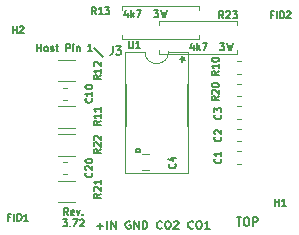
<source format=gto>
G04 #@! TF.GenerationSoftware,KiCad,Pcbnew,(6.0.0-0)*
G04 #@! TF.CreationDate,2022-08-07T14:26:41+01:00*
G04 #@! TF.ProjectId,VR-Conditioner-MAX9926+reg,56522d43-6f6e-4646-9974-696f6e65722d,3.72*
G04 #@! TF.SameCoordinates,PX68c4118PY713e7a8*
G04 #@! TF.FileFunction,Legend,Top*
G04 #@! TF.FilePolarity,Positive*
%FSLAX46Y46*%
G04 Gerber Fmt 4.6, Leading zero omitted, Abs format (unit mm)*
G04 Created by KiCad (PCBNEW (6.0.0-0)) date 2022-08-07 14:26:41*
%MOMM*%
%LPD*%
G01*
G04 APERTURE LIST*
%ADD10C,0.150000*%
%ADD11C,0.120000*%
%ADD12C,0.152400*%
G04 APERTURE END LIST*
D10*
X8509000Y17399000D02*
X7747000Y18161000D01*
X10565000Y21158572D02*
X10565000Y20758572D01*
X10422142Y21387143D02*
X10279285Y20958572D01*
X10650714Y20958572D01*
X10879285Y20758572D02*
X10879285Y21358572D01*
X10936428Y20987143D02*
X11107857Y20758572D01*
X11107857Y21158572D02*
X10879285Y20930000D01*
X11307857Y21358572D02*
X11707857Y21358572D01*
X11450714Y20758572D01*
X12793571Y21358572D02*
X13165000Y21358572D01*
X12965000Y21130000D01*
X13050714Y21130000D01*
X13107857Y21101429D01*
X13136428Y21072858D01*
X13165000Y21015715D01*
X13165000Y20872858D01*
X13136428Y20815715D01*
X13107857Y20787143D01*
X13050714Y20758572D01*
X12879285Y20758572D01*
X12822142Y20787143D01*
X12793571Y20815715D01*
X13365000Y21358572D02*
X13507857Y20758572D01*
X13622142Y21187143D01*
X13736428Y20758572D01*
X13879285Y21358572D01*
X16153000Y18378572D02*
X16153000Y17978572D01*
X16010142Y18607143D02*
X15867285Y18178572D01*
X16238714Y18178572D01*
X16467285Y17978572D02*
X16467285Y18578572D01*
X16524428Y18207143D02*
X16695857Y17978572D01*
X16695857Y18378572D02*
X16467285Y18150000D01*
X16895857Y18578572D02*
X17295857Y18578572D01*
X17038714Y17978572D01*
X18381571Y18578572D02*
X18753000Y18578572D01*
X18553000Y18350000D01*
X18638714Y18350000D01*
X18695857Y18321429D01*
X18724428Y18292858D01*
X18753000Y18235715D01*
X18753000Y18092858D01*
X18724428Y18035715D01*
X18695857Y18007143D01*
X18638714Y17978572D01*
X18467285Y17978572D01*
X18410142Y18007143D01*
X18381571Y18035715D01*
X18953000Y18578572D02*
X19095857Y17978572D01*
X19210142Y18407143D01*
X19324428Y17978572D01*
X19467285Y18578572D01*
X5526142Y4021572D02*
X5326142Y4307286D01*
X5183285Y4021572D02*
X5183285Y4621572D01*
X5411857Y4621572D01*
X5469000Y4593000D01*
X5497571Y4564429D01*
X5526142Y4507286D01*
X5526142Y4421572D01*
X5497571Y4364429D01*
X5469000Y4335858D01*
X5411857Y4307286D01*
X5183285Y4307286D01*
X6011857Y4050143D02*
X5954714Y4021572D01*
X5840428Y4021572D01*
X5783285Y4050143D01*
X5754714Y4107286D01*
X5754714Y4335858D01*
X5783285Y4393000D01*
X5840428Y4421572D01*
X5954714Y4421572D01*
X6011857Y4393000D01*
X6040428Y4335858D01*
X6040428Y4278715D01*
X5754714Y4221572D01*
X6240428Y4421572D02*
X6383285Y4021572D01*
X6526142Y4421572D01*
X6754714Y4078715D02*
X6783285Y4050143D01*
X6754714Y4021572D01*
X6726142Y4050143D01*
X6754714Y4078715D01*
X6754714Y4021572D01*
X5054714Y3655572D02*
X5426142Y3655572D01*
X5226142Y3427000D01*
X5311857Y3427000D01*
X5369000Y3398429D01*
X5397571Y3369858D01*
X5426142Y3312715D01*
X5426142Y3169858D01*
X5397571Y3112715D01*
X5369000Y3084143D01*
X5311857Y3055572D01*
X5140428Y3055572D01*
X5083285Y3084143D01*
X5054714Y3112715D01*
X5683285Y3112715D02*
X5711857Y3084143D01*
X5683285Y3055572D01*
X5654714Y3084143D01*
X5683285Y3112715D01*
X5683285Y3055572D01*
X5911857Y3655572D02*
X6311857Y3655572D01*
X6054714Y3055572D01*
X6511857Y3598429D02*
X6540428Y3627000D01*
X6597571Y3655572D01*
X6740428Y3655572D01*
X6797571Y3627000D01*
X6826142Y3598429D01*
X6854714Y3541286D01*
X6854714Y3484143D01*
X6826142Y3398429D01*
X6483285Y3055572D01*
X6854714Y3055572D01*
X19784333Y3812334D02*
X20184333Y3812334D01*
X19984333Y3112334D02*
X19984333Y3812334D01*
X20551000Y3812334D02*
X20684333Y3812334D01*
X20751000Y3779000D01*
X20817666Y3712334D01*
X20851000Y3579000D01*
X20851000Y3345667D01*
X20817666Y3212334D01*
X20751000Y3145667D01*
X20684333Y3112334D01*
X20551000Y3112334D01*
X20484333Y3145667D01*
X20417666Y3212334D01*
X20384333Y3345667D01*
X20384333Y3579000D01*
X20417666Y3712334D01*
X20484333Y3779000D01*
X20551000Y3812334D01*
X21151000Y3112334D02*
X21151000Y3812334D01*
X21417666Y3812334D01*
X21484333Y3779000D01*
X21517666Y3745667D01*
X21551000Y3679000D01*
X21551000Y3579000D01*
X21517666Y3512334D01*
X21484333Y3479000D01*
X21417666Y3445667D01*
X21151000Y3445667D01*
X7933333Y3107143D02*
X8466666Y3107143D01*
X8200000Y2878572D02*
X8200000Y3335715D01*
X8800000Y2878572D02*
X8800000Y3478572D01*
X9133333Y2878572D02*
X9133333Y3478572D01*
X9533333Y2878572D01*
X9533333Y3478572D01*
X10766666Y3450000D02*
X10700000Y3478572D01*
X10600000Y3478572D01*
X10500000Y3450000D01*
X10433333Y3392858D01*
X10400000Y3335715D01*
X10366666Y3221429D01*
X10366666Y3135715D01*
X10400000Y3021429D01*
X10433333Y2964286D01*
X10500000Y2907143D01*
X10600000Y2878572D01*
X10666666Y2878572D01*
X10766666Y2907143D01*
X10800000Y2935715D01*
X10800000Y3135715D01*
X10666666Y3135715D01*
X11100000Y2878572D02*
X11100000Y3478572D01*
X11500000Y2878572D01*
X11500000Y3478572D01*
X11833333Y2878572D02*
X11833333Y3478572D01*
X12000000Y3478572D01*
X12100000Y3450000D01*
X12166666Y3392858D01*
X12200000Y3335715D01*
X12233333Y3221429D01*
X12233333Y3135715D01*
X12200000Y3021429D01*
X12166666Y2964286D01*
X12100000Y2907143D01*
X12000000Y2878572D01*
X11833333Y2878572D01*
X13466666Y2935715D02*
X13433333Y2907143D01*
X13333333Y2878572D01*
X13266666Y2878572D01*
X13166666Y2907143D01*
X13100000Y2964286D01*
X13066666Y3021429D01*
X13033333Y3135715D01*
X13033333Y3221429D01*
X13066666Y3335715D01*
X13100000Y3392858D01*
X13166666Y3450000D01*
X13266666Y3478572D01*
X13333333Y3478572D01*
X13433333Y3450000D01*
X13466666Y3421429D01*
X13900000Y3478572D02*
X14033333Y3478572D01*
X14100000Y3450000D01*
X14166666Y3392858D01*
X14200000Y3278572D01*
X14200000Y3078572D01*
X14166666Y2964286D01*
X14100000Y2907143D01*
X14033333Y2878572D01*
X13900000Y2878572D01*
X13833333Y2907143D01*
X13766666Y2964286D01*
X13733333Y3078572D01*
X13733333Y3278572D01*
X13766666Y3392858D01*
X13833333Y3450000D01*
X13900000Y3478572D01*
X14466666Y3421429D02*
X14500000Y3450000D01*
X14566666Y3478572D01*
X14733333Y3478572D01*
X14800000Y3450000D01*
X14833333Y3421429D01*
X14866666Y3364286D01*
X14866666Y3307143D01*
X14833333Y3221429D01*
X14433333Y2878572D01*
X14866666Y2878572D01*
X16100000Y2935715D02*
X16066666Y2907143D01*
X15966666Y2878572D01*
X15900000Y2878572D01*
X15800000Y2907143D01*
X15733333Y2964286D01*
X15700000Y3021429D01*
X15666666Y3135715D01*
X15666666Y3221429D01*
X15700000Y3335715D01*
X15733333Y3392858D01*
X15800000Y3450000D01*
X15900000Y3478572D01*
X15966666Y3478572D01*
X16066666Y3450000D01*
X16100000Y3421429D01*
X16533333Y3478572D02*
X16666666Y3478572D01*
X16733333Y3450000D01*
X16800000Y3392858D01*
X16833333Y3278572D01*
X16833333Y3078572D01*
X16800000Y2964286D01*
X16733333Y2907143D01*
X16666666Y2878572D01*
X16533333Y2878572D01*
X16466666Y2907143D01*
X16400000Y2964286D01*
X16366666Y3078572D01*
X16366666Y3278572D01*
X16400000Y3392858D01*
X16466666Y3450000D01*
X16533333Y3478572D01*
X17500000Y2878572D02*
X17100000Y2878572D01*
X17300000Y2878572D02*
X17300000Y3478572D01*
X17233333Y3392858D01*
X17166666Y3335715D01*
X17100000Y3307143D01*
X2892714Y17889572D02*
X2892714Y18489572D01*
X2892714Y18203858D02*
X3235571Y18203858D01*
X3235571Y17889572D02*
X3235571Y18489572D01*
X3607000Y17889572D02*
X3549857Y17918143D01*
X3521285Y17946715D01*
X3492714Y18003858D01*
X3492714Y18175286D01*
X3521285Y18232429D01*
X3549857Y18261000D01*
X3607000Y18289572D01*
X3692714Y18289572D01*
X3749857Y18261000D01*
X3778428Y18232429D01*
X3807000Y18175286D01*
X3807000Y18003858D01*
X3778428Y17946715D01*
X3749857Y17918143D01*
X3692714Y17889572D01*
X3607000Y17889572D01*
X4035571Y17918143D02*
X4092714Y17889572D01*
X4207000Y17889572D01*
X4264142Y17918143D01*
X4292714Y17975286D01*
X4292714Y18003858D01*
X4264142Y18061000D01*
X4207000Y18089572D01*
X4121285Y18089572D01*
X4064142Y18118143D01*
X4035571Y18175286D01*
X4035571Y18203858D01*
X4064142Y18261000D01*
X4121285Y18289572D01*
X4207000Y18289572D01*
X4264142Y18261000D01*
X4464142Y18289572D02*
X4692714Y18289572D01*
X4549857Y18489572D02*
X4549857Y17975286D01*
X4578428Y17918143D01*
X4635571Y17889572D01*
X4692714Y17889572D01*
X5349857Y17889572D02*
X5349857Y18489572D01*
X5578428Y18489572D01*
X5635571Y18461000D01*
X5664142Y18432429D01*
X5692714Y18375286D01*
X5692714Y18289572D01*
X5664142Y18232429D01*
X5635571Y18203858D01*
X5578428Y18175286D01*
X5349857Y18175286D01*
X5949857Y17889572D02*
X5949857Y18289572D01*
X5949857Y18489572D02*
X5921285Y18461000D01*
X5949857Y18432429D01*
X5978428Y18461000D01*
X5949857Y18489572D01*
X5949857Y18432429D01*
X6235571Y18289572D02*
X6235571Y17889572D01*
X6235571Y18232429D02*
X6264142Y18261000D01*
X6321285Y18289572D01*
X6407000Y18289572D01*
X6464142Y18261000D01*
X6492714Y18203858D01*
X6492714Y17889572D01*
X7549857Y17889572D02*
X7207000Y17889572D01*
X7378428Y17889572D02*
X7378428Y18489572D01*
X7321285Y18403858D01*
X7264142Y18346715D01*
X7207000Y18318143D01*
G04 #@! TO.C,C1*
X18426085Y8790000D02*
X18454657Y8761429D01*
X18483228Y8675715D01*
X18483228Y8618572D01*
X18454657Y8532858D01*
X18397514Y8475715D01*
X18340371Y8447143D01*
X18226085Y8418572D01*
X18140371Y8418572D01*
X18026085Y8447143D01*
X17968942Y8475715D01*
X17911800Y8532858D01*
X17883228Y8618572D01*
X17883228Y8675715D01*
X17911800Y8761429D01*
X17940371Y8790000D01*
X18483228Y9361429D02*
X18483228Y9018572D01*
X18483228Y9190000D02*
X17883228Y9190000D01*
X17968942Y9132858D01*
X18026085Y9075715D01*
X18054657Y9018572D01*
G04 #@! TO.C,C2*
X18426085Y10644200D02*
X18454657Y10615629D01*
X18483228Y10529915D01*
X18483228Y10472772D01*
X18454657Y10387058D01*
X18397514Y10329915D01*
X18340371Y10301343D01*
X18226085Y10272772D01*
X18140371Y10272772D01*
X18026085Y10301343D01*
X17968942Y10329915D01*
X17911800Y10387058D01*
X17883228Y10472772D01*
X17883228Y10529915D01*
X17911800Y10615629D01*
X17940371Y10644200D01*
X17940371Y10872772D02*
X17911800Y10901343D01*
X17883228Y10958486D01*
X17883228Y11101343D01*
X17911800Y11158486D01*
X17940371Y11187058D01*
X17997514Y11215629D01*
X18054657Y11215629D01*
X18140371Y11187058D01*
X18483228Y10844200D01*
X18483228Y11215629D01*
G04 #@! TO.C,C3*
X18426085Y12523800D02*
X18454657Y12495229D01*
X18483228Y12409515D01*
X18483228Y12352372D01*
X18454657Y12266658D01*
X18397514Y12209515D01*
X18340371Y12180943D01*
X18226085Y12152372D01*
X18140371Y12152372D01*
X18026085Y12180943D01*
X17968942Y12209515D01*
X17911800Y12266658D01*
X17883228Y12352372D01*
X17883228Y12409515D01*
X17911800Y12495229D01*
X17940371Y12523800D01*
X17883228Y12723800D02*
X17883228Y13095229D01*
X18111800Y12895229D01*
X18111800Y12980943D01*
X18140371Y13038086D01*
X18168942Y13066658D01*
X18226085Y13095229D01*
X18368942Y13095229D01*
X18426085Y13066658D01*
X18454657Y13038086D01*
X18483228Y12980943D01*
X18483228Y12809515D01*
X18454657Y12752372D01*
X18426085Y12723800D01*
G04 #@! TO.C,C4*
X14565285Y8358200D02*
X14593857Y8329629D01*
X14622428Y8243915D01*
X14622428Y8186772D01*
X14593857Y8101058D01*
X14536714Y8043915D01*
X14479571Y8015343D01*
X14365285Y7986772D01*
X14279571Y7986772D01*
X14165285Y8015343D01*
X14108142Y8043915D01*
X14051000Y8101058D01*
X14022428Y8186772D01*
X14022428Y8243915D01*
X14051000Y8329629D01*
X14079571Y8358200D01*
X14222428Y8872486D02*
X14622428Y8872486D01*
X13993857Y8729629D02*
X14422428Y8586772D01*
X14422428Y8958200D01*
G04 #@! TO.C,C10*
X7504085Y13901786D02*
X7532657Y13873215D01*
X7561228Y13787500D01*
X7561228Y13730358D01*
X7532657Y13644643D01*
X7475514Y13587500D01*
X7418371Y13558929D01*
X7304085Y13530358D01*
X7218371Y13530358D01*
X7104085Y13558929D01*
X7046942Y13587500D01*
X6989800Y13644643D01*
X6961228Y13730358D01*
X6961228Y13787500D01*
X6989800Y13873215D01*
X7018371Y13901786D01*
X7561228Y14473215D02*
X7561228Y14130358D01*
X7561228Y14301786D02*
X6961228Y14301786D01*
X7046942Y14244643D01*
X7104085Y14187500D01*
X7132657Y14130358D01*
X6961228Y14844643D02*
X6961228Y14901786D01*
X6989800Y14958929D01*
X7018371Y14987500D01*
X7075514Y15016072D01*
X7189800Y15044643D01*
X7332657Y15044643D01*
X7446942Y15016072D01*
X7504085Y14987500D01*
X7532657Y14958929D01*
X7561228Y14901786D01*
X7561228Y14844643D01*
X7532657Y14787500D01*
X7504085Y14758929D01*
X7446942Y14730358D01*
X7332657Y14701786D01*
X7189800Y14701786D01*
X7075514Y14730358D01*
X7018371Y14758929D01*
X6989800Y14787500D01*
X6961228Y14844643D01*
G04 #@! TO.C,C20*
X7504085Y7615286D02*
X7532657Y7586715D01*
X7561228Y7501000D01*
X7561228Y7443858D01*
X7532657Y7358143D01*
X7475514Y7301000D01*
X7418371Y7272429D01*
X7304085Y7243858D01*
X7218371Y7243858D01*
X7104085Y7272429D01*
X7046942Y7301000D01*
X6989800Y7358143D01*
X6961228Y7443858D01*
X6961228Y7501000D01*
X6989800Y7586715D01*
X7018371Y7615286D01*
X7018371Y7843858D02*
X6989800Y7872429D01*
X6961228Y7929572D01*
X6961228Y8072429D01*
X6989800Y8129572D01*
X7018371Y8158143D01*
X7075514Y8186715D01*
X7132657Y8186715D01*
X7218371Y8158143D01*
X7561228Y7815286D01*
X7561228Y8186715D01*
X6961228Y8558143D02*
X6961228Y8615286D01*
X6989800Y8672429D01*
X7018371Y8701000D01*
X7075514Y8729572D01*
X7189800Y8758143D01*
X7332657Y8758143D01*
X7446942Y8729572D01*
X7504085Y8701000D01*
X7532657Y8672429D01*
X7561228Y8615286D01*
X7561228Y8558143D01*
X7532657Y8501000D01*
X7504085Y8472429D01*
X7446942Y8443858D01*
X7332657Y8415286D01*
X7189800Y8415286D01*
X7075514Y8443858D01*
X7018371Y8472429D01*
X6989800Y8501000D01*
X6961228Y8558143D01*
G04 #@! TO.C,R22*
X8272428Y9596486D02*
X7986714Y9396486D01*
X8272428Y9253629D02*
X7672428Y9253629D01*
X7672428Y9482200D01*
X7701000Y9539343D01*
X7729571Y9567915D01*
X7786714Y9596486D01*
X7872428Y9596486D01*
X7929571Y9567915D01*
X7958142Y9539343D01*
X7986714Y9482200D01*
X7986714Y9253629D01*
X7729571Y9825058D02*
X7701000Y9853629D01*
X7672428Y9910772D01*
X7672428Y10053629D01*
X7701000Y10110772D01*
X7729571Y10139343D01*
X7786714Y10167915D01*
X7843857Y10167915D01*
X7929571Y10139343D01*
X8272428Y9796486D01*
X8272428Y10167915D01*
X7729571Y10396486D02*
X7701000Y10425058D01*
X7672428Y10482200D01*
X7672428Y10625058D01*
X7701000Y10682200D01*
X7729571Y10710772D01*
X7786714Y10739343D01*
X7843857Y10739343D01*
X7929571Y10710772D01*
X8272428Y10367915D01*
X8272428Y10739343D01*
G04 #@! TO.C,R21*
X8272428Y5837286D02*
X7986714Y5637286D01*
X8272428Y5494429D02*
X7672428Y5494429D01*
X7672428Y5723000D01*
X7701000Y5780143D01*
X7729571Y5808715D01*
X7786714Y5837286D01*
X7872428Y5837286D01*
X7929571Y5808715D01*
X7958142Y5780143D01*
X7986714Y5723000D01*
X7986714Y5494429D01*
X7729571Y6065858D02*
X7701000Y6094429D01*
X7672428Y6151572D01*
X7672428Y6294429D01*
X7701000Y6351572D01*
X7729571Y6380143D01*
X7786714Y6408715D01*
X7843857Y6408715D01*
X7929571Y6380143D01*
X8272428Y6037286D01*
X8272428Y6408715D01*
X8272428Y6980143D02*
X8272428Y6637286D01*
X8272428Y6808715D02*
X7672428Y6808715D01*
X7758142Y6751572D01*
X7815285Y6694429D01*
X7843857Y6637286D01*
G04 #@! TO.C,R11*
X8272428Y11984086D02*
X7986714Y11784086D01*
X8272428Y11641229D02*
X7672428Y11641229D01*
X7672428Y11869800D01*
X7701000Y11926943D01*
X7729571Y11955515D01*
X7786714Y11984086D01*
X7872428Y11984086D01*
X7929571Y11955515D01*
X7958142Y11926943D01*
X7986714Y11869800D01*
X7986714Y11641229D01*
X8272428Y12555515D02*
X8272428Y12212658D01*
X8272428Y12384086D02*
X7672428Y12384086D01*
X7758142Y12326943D01*
X7815285Y12269800D01*
X7843857Y12212658D01*
X8272428Y13126943D02*
X8272428Y12784086D01*
X8272428Y12955515D02*
X7672428Y12955515D01*
X7758142Y12898372D01*
X7815285Y12841229D01*
X7843857Y12784086D01*
G04 #@! TO.C,FID1*
X627142Y3852858D02*
X427142Y3852858D01*
X427142Y3538572D02*
X427142Y4138572D01*
X712857Y4138572D01*
X941428Y3538572D02*
X941428Y4138572D01*
X1227142Y3538572D02*
X1227142Y4138572D01*
X1370000Y4138572D01*
X1455714Y4110000D01*
X1512857Y4052858D01*
X1541428Y3995715D01*
X1570000Y3881429D01*
X1570000Y3795715D01*
X1541428Y3681429D01*
X1512857Y3624286D01*
X1455714Y3567143D01*
X1370000Y3538572D01*
X1227142Y3538572D01*
X2141428Y3538572D02*
X1798571Y3538572D01*
X1970000Y3538572D02*
X1970000Y4138572D01*
X1912857Y4052858D01*
X1855714Y3995715D01*
X1798571Y3967143D01*
G04 #@! TO.C,FID2*
X22852142Y20997858D02*
X22652142Y20997858D01*
X22652142Y20683572D02*
X22652142Y21283572D01*
X22937857Y21283572D01*
X23166428Y20683572D02*
X23166428Y21283572D01*
X23452142Y20683572D02*
X23452142Y21283572D01*
X23595000Y21283572D01*
X23680714Y21255000D01*
X23737857Y21197858D01*
X23766428Y21140715D01*
X23795000Y21026429D01*
X23795000Y20940715D01*
X23766428Y20826429D01*
X23737857Y20769286D01*
X23680714Y20712143D01*
X23595000Y20683572D01*
X23452142Y20683572D01*
X24023571Y21226429D02*
X24052142Y21255000D01*
X24109285Y21283572D01*
X24252142Y21283572D01*
X24309285Y21255000D01*
X24337857Y21226429D01*
X24366428Y21169286D01*
X24366428Y21112143D01*
X24337857Y21026429D01*
X23995000Y20683572D01*
X24366428Y20683572D01*
G04 #@! TO.C,J3*
X9291666Y18290334D02*
X9291666Y17790334D01*
X9258333Y17690334D01*
X9191666Y17623667D01*
X9091666Y17590334D01*
X9025000Y17590334D01*
X9558333Y18290334D02*
X9991666Y18290334D01*
X9758333Y18023667D01*
X9858333Y18023667D01*
X9925000Y17990334D01*
X9958333Y17957000D01*
X9991666Y17890334D01*
X9991666Y17723667D01*
X9958333Y17657000D01*
X9925000Y17623667D01*
X9858333Y17590334D01*
X9658333Y17590334D01*
X9591666Y17623667D01*
X9558333Y17657000D01*
G04 #@! TO.C,R10*
X18280028Y16200486D02*
X17994314Y16000486D01*
X18280028Y15857629D02*
X17680028Y15857629D01*
X17680028Y16086200D01*
X17708600Y16143343D01*
X17737171Y16171915D01*
X17794314Y16200486D01*
X17880028Y16200486D01*
X17937171Y16171915D01*
X17965742Y16143343D01*
X17994314Y16086200D01*
X17994314Y15857629D01*
X18280028Y16771915D02*
X18280028Y16429058D01*
X18280028Y16600486D02*
X17680028Y16600486D01*
X17765742Y16543343D01*
X17822885Y16486200D01*
X17851457Y16429058D01*
X17680028Y17143343D02*
X17680028Y17200486D01*
X17708600Y17257629D01*
X17737171Y17286200D01*
X17794314Y17314772D01*
X17908600Y17343343D01*
X18051457Y17343343D01*
X18165742Y17314772D01*
X18222885Y17286200D01*
X18251457Y17257629D01*
X18280028Y17200486D01*
X18280028Y17143343D01*
X18251457Y17086200D01*
X18222885Y17057629D01*
X18165742Y17029058D01*
X18051457Y17000486D01*
X17908600Y17000486D01*
X17794314Y17029058D01*
X17737171Y17057629D01*
X17708600Y17086200D01*
X17680028Y17143343D01*
G04 #@! TO.C,R20*
X18280028Y14066886D02*
X17994314Y13866886D01*
X18280028Y13724029D02*
X17680028Y13724029D01*
X17680028Y13952600D01*
X17708600Y14009743D01*
X17737171Y14038315D01*
X17794314Y14066886D01*
X17880028Y14066886D01*
X17937171Y14038315D01*
X17965742Y14009743D01*
X17994314Y13952600D01*
X17994314Y13724029D01*
X17737171Y14295458D02*
X17708600Y14324029D01*
X17680028Y14381172D01*
X17680028Y14524029D01*
X17708600Y14581172D01*
X17737171Y14609743D01*
X17794314Y14638315D01*
X17851457Y14638315D01*
X17937171Y14609743D01*
X18280028Y14266886D01*
X18280028Y14638315D01*
X17680028Y15009743D02*
X17680028Y15066886D01*
X17708600Y15124029D01*
X17737171Y15152600D01*
X17794314Y15181172D01*
X17908600Y15209743D01*
X18051457Y15209743D01*
X18165742Y15181172D01*
X18222885Y15152600D01*
X18251457Y15124029D01*
X18280028Y15066886D01*
X18280028Y15009743D01*
X18251457Y14952600D01*
X18222885Y14924029D01*
X18165742Y14895458D01*
X18051457Y14866886D01*
X17908600Y14866886D01*
X17794314Y14895458D01*
X17737171Y14924029D01*
X17708600Y14952600D01*
X17680028Y15009743D01*
G04 #@! TO.C,U1*
X10655357Y18743572D02*
X10655357Y18257858D01*
X10683928Y18200715D01*
X10712500Y18172143D01*
X10769642Y18143572D01*
X10883928Y18143572D01*
X10941071Y18172143D01*
X10969642Y18200715D01*
X10998214Y18257858D01*
X10998214Y18743572D01*
X11598214Y18143572D02*
X11255357Y18143572D01*
X11426785Y18143572D02*
X11426785Y18743572D01*
X11369642Y18657858D01*
X11312500Y18600715D01*
X11255357Y18572143D01*
X15022580Y17246600D02*
X15260676Y17246600D01*
X15165438Y17008505D02*
X15260676Y17246600D01*
X15165438Y17484696D01*
X15451152Y17103743D02*
X15260676Y17246600D01*
X15451152Y17389458D01*
X15022580Y17246600D02*
X15260676Y17246600D01*
X15165438Y17008505D02*
X15260676Y17246600D01*
X15165438Y17484696D01*
X15451152Y17103743D02*
X15260676Y17246600D01*
X15451152Y17389458D01*
G04 #@! TO.C,R13*
X7869285Y20999041D02*
X7669285Y21284755D01*
X7526428Y20999041D02*
X7526428Y21599041D01*
X7755000Y21599041D01*
X7812142Y21570469D01*
X7840714Y21541898D01*
X7869285Y21484755D01*
X7869285Y21399041D01*
X7840714Y21341898D01*
X7812142Y21313327D01*
X7755000Y21284755D01*
X7526428Y21284755D01*
X8440714Y20999041D02*
X8097857Y20999041D01*
X8269285Y20999041D02*
X8269285Y21599041D01*
X8212142Y21513327D01*
X8155000Y21456184D01*
X8097857Y21427612D01*
X8640714Y21599041D02*
X9012142Y21599041D01*
X8812142Y21370469D01*
X8897857Y21370469D01*
X8955000Y21341898D01*
X8983571Y21313327D01*
X9012142Y21256184D01*
X9012142Y21113327D01*
X8983571Y21056184D01*
X8955000Y21027612D01*
X8897857Y20999041D01*
X8726428Y20999041D01*
X8669285Y21027612D01*
X8640714Y21056184D01*
G04 #@! TO.C,R23*
X18664285Y20683572D02*
X18464285Y20969286D01*
X18321428Y20683572D02*
X18321428Y21283572D01*
X18550000Y21283572D01*
X18607142Y21255000D01*
X18635714Y21226429D01*
X18664285Y21169286D01*
X18664285Y21083572D01*
X18635714Y21026429D01*
X18607142Y20997858D01*
X18550000Y20969286D01*
X18321428Y20969286D01*
X18892857Y21226429D02*
X18921428Y21255000D01*
X18978571Y21283572D01*
X19121428Y21283572D01*
X19178571Y21255000D01*
X19207142Y21226429D01*
X19235714Y21169286D01*
X19235714Y21112143D01*
X19207142Y21026429D01*
X18864285Y20683572D01*
X19235714Y20683572D01*
X19435714Y21283572D02*
X19807142Y21283572D01*
X19607142Y21055000D01*
X19692857Y21055000D01*
X19750000Y21026429D01*
X19778571Y20997858D01*
X19807142Y20940715D01*
X19807142Y20797858D01*
X19778571Y20740715D01*
X19750000Y20712143D01*
X19692857Y20683572D01*
X19521428Y20683572D01*
X19464285Y20712143D01*
X19435714Y20740715D01*
G04 #@! TO.C,H1*
X23037857Y4808572D02*
X23037857Y5408572D01*
X23037857Y5122858D02*
X23380714Y5122858D01*
X23380714Y4808572D02*
X23380714Y5408572D01*
X23980714Y4808572D02*
X23637857Y4808572D01*
X23809285Y4808572D02*
X23809285Y5408572D01*
X23752142Y5322858D01*
X23695000Y5265715D01*
X23637857Y5237143D01*
G04 #@! TO.C,H2*
X812857Y19413572D02*
X812857Y20013572D01*
X812857Y19727858D02*
X1155714Y19727858D01*
X1155714Y19413572D02*
X1155714Y20013572D01*
X1412857Y19956429D02*
X1441428Y19985000D01*
X1498571Y20013572D01*
X1641428Y20013572D01*
X1698571Y19985000D01*
X1727142Y19956429D01*
X1755714Y19899286D01*
X1755714Y19842143D01*
X1727142Y19756429D01*
X1384285Y19413572D01*
X1755714Y19413572D01*
G04 #@! TO.C,R12*
X8272428Y15844886D02*
X7986714Y15644886D01*
X8272428Y15502029D02*
X7672428Y15502029D01*
X7672428Y15730600D01*
X7701000Y15787743D01*
X7729571Y15816315D01*
X7786714Y15844886D01*
X7872428Y15844886D01*
X7929571Y15816315D01*
X7958142Y15787743D01*
X7986714Y15730600D01*
X7986714Y15502029D01*
X8272428Y16416315D02*
X8272428Y16073458D01*
X8272428Y16244886D02*
X7672428Y16244886D01*
X7758142Y16187743D01*
X7815285Y16130600D01*
X7843857Y16073458D01*
X7729571Y16644886D02*
X7701000Y16673458D01*
X7672428Y16730600D01*
X7672428Y16873458D01*
X7701000Y16930600D01*
X7729571Y16959172D01*
X7786714Y16987743D01*
X7843857Y16987743D01*
X7929571Y16959172D01*
X8272428Y16616315D01*
X8272428Y16987743D01*
D11*
G04 #@! TO.C,C1*
X20165279Y9400000D02*
X19839721Y9400000D01*
X20165279Y8380000D02*
X19839721Y8380000D01*
G04 #@! TO.C,C2*
X20165279Y10285000D02*
X19839721Y10285000D01*
X20165279Y11305000D02*
X19839721Y11305000D01*
G04 #@! TO.C,C3*
X20165279Y13210000D02*
X19839721Y13210000D01*
X20165279Y12190000D02*
X19839721Y12190000D01*
G04 #@! TO.C,C4*
X11806422Y7799000D02*
X12323578Y7799000D01*
X11806422Y9219000D02*
X12323578Y9219000D01*
G04 #@! TO.C,C10*
X5107721Y13777500D02*
X5433279Y13777500D01*
X5107721Y14797500D02*
X5433279Y14797500D01*
G04 #@! TO.C,C20*
X5433279Y8511000D02*
X5107721Y8511000D01*
X5433279Y7491000D02*
X5107721Y7491000D01*
G04 #@! TO.C,R22*
X4670436Y10879500D02*
X6124564Y10879500D01*
X4670436Y9059500D02*
X6124564Y9059500D01*
G04 #@! TO.C,R21*
X4670436Y5122500D02*
X6124564Y5122500D01*
X4670436Y6942500D02*
X6124564Y6942500D01*
G04 #@! TO.C,R11*
X4670436Y13229000D02*
X6124564Y13229000D01*
X4670436Y11409000D02*
X6124564Y11409000D01*
G04 #@! TO.C,J3*
X10367500Y17840000D02*
X10367500Y7560000D01*
X15667500Y17840000D02*
X14017500Y17840000D01*
X15667500Y7560000D02*
X15667500Y17840000D01*
X12017500Y17840000D02*
X10367500Y17840000D01*
X10367500Y7560000D02*
X15667500Y7560000D01*
X12017500Y17840000D02*
G75*
G03*
X14017500Y17840000I1000000J0D01*
G01*
G04 #@! TO.C,R10*
X20173767Y16000000D02*
X19831233Y16000000D01*
X20173767Y17020000D02*
X19831233Y17020000D01*
G04 #@! TO.C,R20*
X20173767Y14095000D02*
X19831233Y14095000D01*
X20173767Y15115000D02*
X19831233Y15115000D01*
D12*
G04 #@! TO.C,U1*
X10401300Y15076055D02*
X10401300Y11593945D01*
X15633700Y11593945D02*
X15633700Y15076055D01*
X11239500Y9632201D02*
X11620500Y9632201D01*
X11620500Y9378201D02*
X11239500Y9378201D01*
X11239500Y9378201D02*
X11239500Y9632201D01*
X11620500Y9632201D02*
X11620500Y9378201D01*
D11*
G04 #@! TO.C,R13*
X10065000Y21360000D02*
X10065000Y21690000D01*
X16605000Y21690000D02*
X16605000Y21360000D01*
X10065000Y18950000D02*
X16605000Y18950000D01*
X10065000Y19280000D02*
X10065000Y18950000D01*
X10065000Y21690000D02*
X16605000Y21690000D01*
X16605000Y18950000D02*
X16605000Y19280000D01*
G04 #@! TO.C,R23*
X13240000Y20420000D02*
X19780000Y20420000D01*
X13240000Y20090000D02*
X13240000Y20420000D01*
X13240000Y18010000D02*
X13240000Y17680000D01*
X19780000Y17680000D02*
X19780000Y18010000D01*
X13240000Y17680000D02*
X19780000Y17680000D01*
X19780000Y20420000D02*
X19780000Y20090000D01*
G04 #@! TO.C,R12*
X4670436Y15346000D02*
X6124564Y15346000D01*
X4670436Y17166000D02*
X6124564Y17166000D01*
G04 #@! TD*
M02*

</source>
